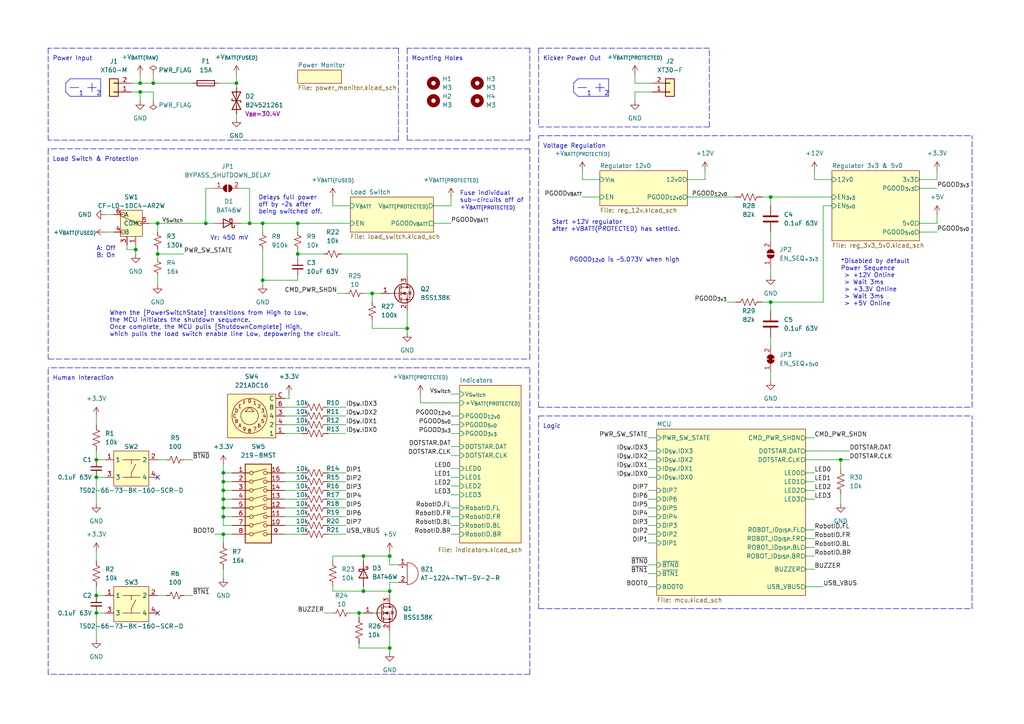
<source format=kicad_sch>
(kicad_sch (version 20230121) (generator eeschema)
  (paper "A4")
  (title_block (title "Control") (date "2023-02-21") (rev "1.0.0") (company "The A-Team (RC SSL)") (comment 1 "W. Stuckey & R. Osawa"))
  (junction (at 64.77 147.32))
  (junction (at 113.03 171.45))
  (junction (at 40.64 24.13))
  (junction (at 105.41 161.29))
  (junction (at 45.72 73.66))
  (junction (at 72.39 64.77))
  (junction (at 68.58 24.13))
  (junction (at 39.37 72.39))
  (junction (at 113.03 161.29))
  (junction (at 64.77 149.86))
  (junction (at 76.2 64.77))
  (junction (at 40.64 26.67))
  (junction (at 104.14 177.8))
  (junction (at 243.84 133.35))
  (junction (at 76.2 81.28))
  (junction (at 113.03 187.96))
  (junction (at 44.45 24.13))
  (junction (at 64.77 139.7))
  (junction (at 118.11 95.25))
  (junction (at 59.69 64.77))
  (junction (at 27.94 177.8))
  (junction (at 107.95 85.09))
  (junction (at 223.52 87.63))
  (junction (at 27.94 172.72))
  (junction (at 27.94 138.43))
  (junction (at 27.94 133.35))
  (junction (at 86.36 73.66))
  (junction (at 105.41 171.45))
  (junction (at 45.72 64.77))
  (junction (at 223.52 57.15))
  (junction (at 64.77 144.78))
  (junction (at 64.77 137.16))
  (junction (at 86.36 64.77))
  (junction (at 64.77 142.24))
  (junction (at 64.77 154.94))
  (no_connect (at 45.72 138.43))
  (no_connect (at 45.72 177.8))
  (wire (pts (xy 133.35 152.4) (xy 130.81 152.4)))
  (wire (pts (xy 243.84 133.35) (xy 246.38 133.35)))
  (wire (pts (xy 55.88 24.13) (xy 44.45 24.13)))
  (wire (pts (xy 236.22 52.07) (xy 241.3 52.07)))
  (wire (pts (xy 113.03 171.45) (xy 113.03 172.72)))
  (wire (pts (xy 125.73 59.69) (xy 130.81 59.69)))
  (wire (pts (xy 199.39 57.15) (xy 213.36 57.15)))
  (wire (pts (xy 45.72 172.72) (xy 48.26 172.72)))
  (wire (pts (xy 27.94 138.43) (xy 30.48 138.43)))
  (polyline (pts (xy 281.94 176.53) (xy 281.94 120.65)) (stroke (width 0) (type dash)))
  (wire (pts (xy 233.68 153.67) (xy 236.22 153.67)))
  (polyline (pts (xy 115.57 13.97) (xy 115.57 40.64)) (stroke (width 0) (type dash)))
  (wire (pts (xy 233.68 144.78) (xy 236.22 144.78)))
  (wire (pts (xy 83.82 114.3) (xy 83.82 115.57)))
  (wire (pts (xy 220.98 87.63) (xy 223.52 87.63)))
  (wire (pts (xy 118.11 95.25) (xy 118.11 96.52)))
  (wire (pts (xy 223.52 57.15) (xy 223.52 59.69)))
  (wire (pts (xy 187.96 154.94) (xy 190.5 154.94)))
  (polyline (pts (xy 29.21 22.86) (xy 20.32 22.86)) (stroke (width 0) (type solid)))
  (wire (pts (xy 45.72 73.66) (xy 45.72 74.93)))
  (polyline (pts (xy 153.67 43.18) (xy 13.97 43.18)) (stroke (width 0) (type dash)))
  (wire (pts (xy 266.7 54.61) (xy 271.78 54.61)))
  (wire (pts (xy 133.35 135.89) (xy 130.81 135.89)))
  (wire (pts (xy 99.06 73.66) (xy 118.11 73.66)))
  (wire (pts (xy 82.55 120.65) (xy 87.63 120.65)))
  (wire (pts (xy 133.35 132.08) (xy 130.81 132.08)))
  (wire (pts (xy 43.18 64.77) (xy 45.72 64.77)))
  (polyline (pts (xy 19.05 26.67) (xy 20.32 27.94)) (stroke (width 0) (type solid)))
  (wire (pts (xy 40.64 21.59) (xy 40.64 24.13)))
  (wire (pts (xy 95.25 152.4) (xy 100.33 152.4)))
  (polyline (pts (xy 156.21 118.11) (xy 156.21 39.37)) (stroke (width 0) (type dash)))
  (wire (pts (xy 223.52 57.15) (xy 241.3 57.15)))
  (polyline (pts (xy 176.53 22.86) (xy 167.64 22.86)) (stroke (width 0) (type solid)))
  (wire (pts (xy 199.39 52.07) (xy 204.47 52.07)))
  (wire (pts (xy 27.94 172.72) (xy 30.48 172.72)))
  (wire (pts (xy 86.36 73.66) (xy 86.36 74.93)))
  (polyline (pts (xy 115.57 13.97) (xy 13.97 13.97)) (stroke (width 0) (type dash)))
  (wire (pts (xy 115.57 168.91) (xy 113.03 168.91)))
  (wire (pts (xy 64.77 154.94) (xy 64.77 157.48)))
  (wire (pts (xy 130.81 120.65) (xy 133.35 120.65)))
  (wire (pts (xy 210.82 87.63) (xy 213.36 87.63)))
  (wire (pts (xy 82.55 139.7) (xy 87.63 139.7)))
  (wire (pts (xy 187.96 138.43) (xy 190.5 138.43)))
  (wire (pts (xy 187.96 157.48) (xy 190.5 157.48)))
  (wire (pts (xy 233.68 161.29) (xy 236.22 161.29)))
  (wire (pts (xy 27.94 177.8) (xy 27.94 185.42)))
  (wire (pts (xy 68.58 21.59) (xy 68.58 24.13)))
  (wire (pts (xy 64.77 137.16) (xy 67.31 137.16)))
  (wire (pts (xy 30.48 67.31) (xy 33.02 67.31)))
  (polyline (pts (xy 156.21 39.37) (xy 281.94 39.37)) (stroke (width 0) (type dash)))
  (wire (pts (xy 96.52 171.45) (xy 105.41 171.45)))
  (wire (pts (xy 266.7 67.31) (xy 271.78 67.31)))
  (wire (pts (xy 62.23 154.94) (xy 64.77 154.94)))
  (wire (pts (xy 95.25 154.94) (xy 100.33 154.94)))
  (polyline (pts (xy 13.97 13.97) (xy 13.97 40.64)) (stroke (width 0) (type dash)))
  (polyline (pts (xy 153.67 13.97) (xy 118.11 13.97)) (stroke (width 0) (type dash)))
  (wire (pts (xy 82.55 144.78) (xy 87.63 144.78)))
  (polyline (pts (xy 156.21 118.11) (xy 281.94 118.11)) (stroke (width 0) (type dash)))
  (wire (pts (xy 38.1 24.13) (xy 40.64 24.13)))
  (wire (pts (xy 86.36 72.39) (xy 86.36 73.66)))
  (wire (pts (xy 184.15 21.59) (xy 184.15 24.13)))
  (wire (pts (xy 118.11 90.17) (xy 118.11 95.25)))
  (wire (pts (xy 133.35 147.32) (xy 130.81 147.32)))
  (polyline (pts (xy 205.74 36.83) (xy 156.21 36.83)) (stroke (width 0) (type dash)))
  (wire (pts (xy 266.7 52.07) (xy 271.78 52.07)))
  (wire (pts (xy 64.77 142.24) (xy 67.31 142.24)))
  (wire (pts (xy 107.95 92.71) (xy 107.95 95.25)))
  (wire (pts (xy 86.36 73.66) (xy 93.98 73.66)))
  (wire (pts (xy 130.81 125.73) (xy 133.35 125.73)))
  (wire (pts (xy 187.96 130.81) (xy 190.5 130.81)))
  (wire (pts (xy 101.6 177.8) (xy 104.14 177.8)))
  (wire (pts (xy 204.47 49.53) (xy 204.47 52.07)))
  (wire (pts (xy 44.45 29.21) (xy 44.45 26.67)))
  (wire (pts (xy 69.85 64.77) (xy 72.39 64.77)))
  (wire (pts (xy 45.72 80.01) (xy 45.72 82.55)))
  (wire (pts (xy 44.45 21.59) (xy 44.45 24.13)))
  (wire (pts (xy 82.55 137.16) (xy 87.63 137.16)))
  (wire (pts (xy 95.25 139.7) (xy 100.33 139.7)))
  (wire (pts (xy 133.35 149.86) (xy 130.81 149.86)))
  (wire (pts (xy 30.48 62.23) (xy 33.02 62.23)))
  (polyline (pts (xy 115.57 40.64) (xy 13.97 40.64)) (stroke (width 0) (type dash)))
  (wire (pts (xy 104.14 177.8) (xy 105.41 177.8)))
  (wire (pts (xy 64.77 142.24) (xy 64.77 144.78)))
  (wire (pts (xy 38.1 26.67) (xy 40.64 26.67)))
  (wire (pts (xy 76.2 81.28) (xy 86.36 81.28)))
  (polyline (pts (xy 13.97 195.58) (xy 13.97 106.68)) (stroke (width 0) (type dash)))
  (wire (pts (xy 27.94 130.81) (xy 27.94 133.35)))
  (polyline (pts (xy 205.74 13.97) (xy 156.21 13.97)) (stroke (width 0) (type dash)))
  (polyline (pts (xy 153.67 40.64) (xy 153.67 13.97)) (stroke (width 0) (type dash)))
  (wire (pts (xy 118.11 73.66) (xy 118.11 80.01)))
  (polyline (pts (xy 176.53 22.86) (xy 176.53 27.94)) (stroke (width 0) (type solid)))
  (wire (pts (xy 187.96 147.32) (xy 190.5 147.32)))
  (wire (pts (xy 40.64 26.67) (xy 40.64 29.21)))
  (polyline (pts (xy 156.21 13.97) (xy 156.21 36.83)) (stroke (width 0) (type dash)))
  (wire (pts (xy 62.23 54.61) (xy 59.69 54.61)))
  (wire (pts (xy 95.25 120.65) (xy 100.33 120.65)))
  (wire (pts (xy 168.91 57.15) (xy 173.99 57.15)))
  (wire (pts (xy 27.94 170.18) (xy 27.94 172.72)))
  (wire (pts (xy 187.96 144.78) (xy 190.5 144.78)))
  (wire (pts (xy 113.03 187.96) (xy 113.03 189.23)))
  (wire (pts (xy 69.85 54.61) (xy 72.39 54.61)))
  (wire (pts (xy 133.35 116.84) (xy 121.92 116.84)))
  (wire (pts (xy 223.52 67.31) (xy 223.52 69.85)))
  (wire (pts (xy 95.25 149.86) (xy 100.33 149.86)))
  (polyline (pts (xy 175.26 25.4) (xy 172.72 25.4)) (stroke (width 0) (type solid)))
  (wire (pts (xy 96.52 170.18) (xy 96.52 171.45)))
  (wire (pts (xy 223.52 77.47) (xy 223.52 80.01)))
  (wire (pts (xy 233.68 170.18) (xy 238.76 170.18)))
  (polyline (pts (xy 13.97 104.14) (xy 153.67 104.14)) (stroke (width 0) (type dash)))
  (wire (pts (xy 63.5 24.13) (xy 68.58 24.13)))
  (wire (pts (xy 190.5 163.83) (xy 187.96 163.83)))
  (wire (pts (xy 113.03 168.91) (xy 113.03 171.45)))
  (polyline (pts (xy 156.21 176.53) (xy 156.21 120.65)) (stroke (width 0) (type dash)))
  (wire (pts (xy 233.68 137.16) (xy 236.22 137.16)))
  (wire (pts (xy 39.37 71.12) (xy 39.37 72.39)))
  (wire (pts (xy 45.72 133.35) (xy 48.26 133.35)))
  (wire (pts (xy 82.55 152.4) (xy 87.63 152.4)))
  (polyline (pts (xy 22.86 25.4) (xy 20.32 25.4)) (stroke (width 0) (type solid)))
  (wire (pts (xy 27.94 138.43) (xy 27.94 146.05)))
  (wire (pts (xy 93.98 177.8) (xy 96.52 177.8)))
  (wire (pts (xy 223.52 87.63) (xy 223.52 90.17)))
  (wire (pts (xy 27.94 160.02) (xy 27.94 162.56)))
  (wire (pts (xy 130.81 57.15) (xy 130.81 59.69)))
  (wire (pts (xy 40.64 24.13) (xy 44.45 24.13)))
  (wire (pts (xy 96.52 57.15) (xy 96.52 59.69)))
  (wire (pts (xy 95.25 137.16) (xy 100.33 137.16)))
  (wire (pts (xy 238.76 59.69) (xy 238.76 87.63)))
  (wire (pts (xy 27.94 120.65) (xy 27.94 123.19)))
  (wire (pts (xy 82.55 118.11) (xy 87.63 118.11)))
  (wire (pts (xy 271.78 64.77) (xy 271.78 62.23)))
  (wire (pts (xy 107.95 85.09) (xy 110.49 85.09)))
  (wire (pts (xy 233.68 142.24) (xy 236.22 142.24)))
  (polyline (pts (xy 26.67 24.13) (xy 26.67 26.67)) (stroke (width 0) (type solid)))
  (wire (pts (xy 236.22 165.1) (xy 233.68 165.1)))
  (wire (pts (xy 187.96 149.86) (xy 190.5 149.86)))
  (wire (pts (xy 59.69 64.77) (xy 62.23 64.77)))
  (wire (pts (xy 168.91 52.07) (xy 173.99 52.07)))
  (polyline (pts (xy 153.67 195.58) (xy 13.97 195.58)) (stroke (width 0) (type dash)))
  (wire (pts (xy 189.23 24.13) (xy 184.15 24.13)))
  (wire (pts (xy 187.96 152.4) (xy 190.5 152.4)))
  (wire (pts (xy 96.52 161.29) (xy 105.41 161.29)))
  (wire (pts (xy 113.03 182.88) (xy 113.03 187.96)))
  (wire (pts (xy 190.5 166.37) (xy 187.96 166.37)))
  (wire (pts (xy 105.41 171.45) (xy 113.03 171.45)))
  (polyline (pts (xy 153.67 195.58) (xy 153.67 106.68)) (stroke (width 0) (type dash)))
  (wire (pts (xy 27.94 133.35) (xy 30.48 133.35)))
  (wire (pts (xy 187.96 127) (xy 190.5 127)))
  (wire (pts (xy 189.23 26.67) (xy 184.15 26.67)))
  (polyline (pts (xy 29.21 27.94) (xy 20.32 27.94)) (stroke (width 0) (type solid)))
  (polyline (pts (xy 20.32 22.86) (xy 19.05 24.13)) (stroke (width 0) (type solid)))
  (wire (pts (xy 64.77 144.78) (xy 67.31 144.78)))
  (wire (pts (xy 95.25 144.78) (xy 100.33 144.78)))
  (wire (pts (xy 233.68 127) (xy 236.22 127)))
  (wire (pts (xy 36.83 72.39) (xy 39.37 72.39)))
  (wire (pts (xy 113.03 160.02) (xy 113.03 161.29)))
  (polyline (pts (xy 281.94 118.11) (xy 281.94 39.37)) (stroke (width 0) (type dash)))
  (wire (pts (xy 187.96 170.18) (xy 190.5 170.18)))
  (wire (pts (xy 64.77 152.4) (xy 67.31 152.4)))
  (wire (pts (xy 105.41 161.29) (xy 113.03 161.29)))
  (wire (pts (xy 40.64 26.67) (xy 44.45 26.67)))
  (wire (pts (xy 82.55 147.32) (xy 87.63 147.32)))
  (wire (pts (xy 45.72 73.66) (xy 53.34 73.66)))
  (wire (pts (xy 64.77 149.86) (xy 64.77 152.4)))
  (wire (pts (xy 39.37 72.39) (xy 39.37 73.66)))
  (wire (pts (xy 104.14 179.07) (xy 104.14 177.8)))
  (wire (pts (xy 64.77 139.7) (xy 64.77 142.24)))
  (wire (pts (xy 95.25 118.11) (xy 100.33 118.11)))
  (polyline (pts (xy 13.97 43.18) (xy 13.97 104.14)) (stroke (width 0) (type dash)))
  (wire (pts (xy 68.58 33.02) (xy 68.58 34.29)))
  (wire (pts (xy 133.35 140.97) (xy 130.81 140.97)))
  (wire (pts (xy 64.77 134.62) (xy 64.77 137.16)))
  (wire (pts (xy 64.77 137.16) (xy 64.77 139.7)))
  (wire (pts (xy 233.68 156.21) (xy 236.22 156.21)))
  (wire (pts (xy 53.34 133.35) (xy 55.88 133.35)))
  (wire (pts (xy 223.52 107.95) (xy 223.52 110.49)))
  (polyline (pts (xy 118.11 13.97) (xy 118.11 40.64)) (stroke (width 0) (type dash)))
  (wire (pts (xy 59.69 54.61) (xy 59.69 64.77)))
  (wire (pts (xy 130.81 114.3) (xy 133.35 114.3)))
  (wire (pts (xy 76.2 64.77) (xy 86.36 64.77)))
  (wire (pts (xy 133.35 138.43) (xy 130.81 138.43)))
  (wire (pts (xy 236.22 49.53) (xy 236.22 52.07)))
  (wire (pts (xy 113.03 161.29) (xy 113.03 163.83)))
  (wire (pts (xy 64.77 154.94) (xy 67.31 154.94)))
  (wire (pts (xy 64.77 144.78) (xy 64.77 147.32)))
  (wire (pts (xy 220.98 57.15) (xy 223.52 57.15)))
  (wire (pts (xy 271.78 52.07) (xy 271.78 49.53)))
  (wire (pts (xy 64.77 165.1) (xy 64.77 167.64)))
  (polyline (pts (xy 29.21 22.86) (xy 29.21 27.94)) (stroke (width 0) (type solid)))
  (wire (pts (xy 86.36 64.77) (xy 86.36 67.31)))
  (wire (pts (xy 168.91 49.53) (xy 168.91 52.07)))
  (wire (pts (xy 243.84 143.51) (xy 243.84 146.05)))
  (wire (pts (xy 233.68 133.35) (xy 243.84 133.35)))
  (wire (pts (xy 96.52 162.56) (xy 96.52 161.29)))
  (wire (pts (xy 233.68 139.7) (xy 236.22 139.7)))
  (polyline (pts (xy 153.67 106.68) (xy 13.97 106.68)) (stroke (width 0) (type dash)))
  (wire (pts (xy 76.2 81.28) (xy 76.2 82.55)))
  (polyline (pts (xy 170.18 25.4) (xy 167.64 25.4)) (stroke (width 0) (type solid)))
  (wire (pts (xy 113.03 163.83) (xy 115.57 163.83)))
  (wire (pts (xy 133.35 154.94) (xy 130.81 154.94)))
  (wire (pts (xy 96.52 59.69) (xy 101.6 59.69)))
  (wire (pts (xy 121.92 116.84) (xy 121.92 114.3)))
  (wire (pts (xy 86.36 80.01) (xy 86.36 81.28)))
  (wire (pts (xy 82.55 125.73) (xy 87.63 125.73)))
  (wire (pts (xy 104.14 186.69) (xy 104.14 187.96)))
  (polyline (pts (xy 156.21 176.53) (xy 281.94 176.53)) (stroke (width 0) (type dash)))
  (wire (pts (xy 27.94 177.8) (xy 30.48 177.8)))
  (wire (pts (xy 105.41 170.18) (xy 105.41 171.45)))
  (wire (pts (xy 76.2 72.39) (xy 76.2 81.28)))
  (polyline (pts (xy 205.74 36.83) (xy 205.74 13.97)) (stroke (width 0) (type dash)))
  (wire (pts (xy 97.79 85.09) (xy 100.33 85.09)))
  (wire (pts (xy 95.25 123.19) (xy 100.33 123.19)))
  (polyline (pts (xy 173.99 24.13) (xy 173.99 26.67)) (stroke (width 0) (type solid)))
  (wire (pts (xy 95.25 142.24) (xy 100.33 142.24)))
  (wire (pts (xy 233.68 130.81) (xy 246.38 130.81)))
  (polyline (pts (xy 166.37 26.67) (xy 167.64 27.94)) (stroke (width 0) (type solid)))
  (wire (pts (xy 184.15 26.67) (xy 184.15 29.21)))
  (wire (pts (xy 72.39 64.77) (xy 76.2 64.77)))
  (polyline (pts (xy 118.11 40.64) (xy 153.67 40.64)) (stroke (width 0) (type dash)))
  (wire (pts (xy 130.81 123.19) (xy 133.35 123.19)))
  (wire (pts (xy 187.96 133.35) (xy 190.5 133.35)))
  (wire (pts (xy 82.55 123.19) (xy 87.63 123.19)))
  (polyline (pts (xy 176.53 27.94) (xy 167.64 27.94)) (stroke (width 0) (type solid)))
  (wire (pts (xy 72.39 54.61) (xy 72.39 64.77)))
  (polyline (pts (xy 27.94 25.4) (xy 25.4 25.4)) (stroke (width 0) (type solid)))
  (polyline (pts (xy 166.37 24.13) (xy 166.37 26.67)) (stroke (width 0) (type solid)))
  (wire (pts (xy 187.96 135.89) (xy 190.5 135.89)))
  (wire (pts (xy 107.95 85.09) (xy 107.95 87.63)))
  (wire (pts (xy 86.36 64.77) (xy 101.6 64.77)))
  (wire (pts (xy 45.72 72.39) (xy 45.72 73.66)))
  (wire (pts (xy 105.41 162.56) (xy 105.41 161.29)))
  (wire (pts (xy 223.52 87.63) (xy 238.76 87.63)))
  (wire (pts (xy 104.14 187.96) (xy 113.03 187.96)))
  (wire (pts (xy 64.77 147.32) (xy 67.31 147.32)))
  (wire (pts (xy 95.25 125.73) (xy 100.33 125.73)))
  (wire (pts (xy 125.73 64.77) (xy 130.81 64.77)))
  (wire (pts (xy 243.84 133.35) (xy 243.84 135.89)))
  (wire (pts (xy 133.35 129.54) (xy 130.81 129.54)))
  (wire (pts (xy 82.55 115.57) (xy 83.82 115.57)))
  (polyline (pts (xy 153.67 104.14) (xy 153.67 43.18)) (stroke (width 0) (type dash)))
  (wire (pts (xy 45.72 64.77) (xy 59.69 64.77)))
  (wire (pts (xy 64.77 149.86) (xy 67.31 149.86)))
  (wire (pts (xy 233.68 158.75) (xy 236.22 158.75)))
  (wire (pts (xy 76.2 64.77) (xy 76.2 67.31)))
  (wire (pts (xy 223.52 97.79) (xy 223.52 100.33)))
  (polyline (pts (xy 19.05 24.13) (xy 19.05 26.67)) (stroke (width 0) (type solid)))
  (wire (pts (xy 95.25 147.32) (xy 100.33 147.32)))
  (wire (pts (xy 187.96 142.24) (xy 190.5 142.24)))
  (wire (pts (xy 64.77 147.32) (xy 64.77 149.86)))
  (wire (pts (xy 82.55 149.86) (xy 87.63 149.86)))
  (wire (pts (xy 133.35 143.51) (xy 130.81 143.51)))
  (wire (pts (xy 82.55 154.94) (xy 87.63 154.94)))
  (wire (pts (xy 105.41 85.09) (xy 107.95 85.09)))
  (wire (pts (xy 53.34 172.72) (xy 55.88 172.72)))
  (wire (pts (xy 266.7 64.77) (xy 271.78 64.77)))
  (polyline (pts (xy 167.64 22.86) (xy 166.37 24.13)) (stroke (width 0) (type solid)))
  (wire (pts (xy 64.77 139.7) (xy 67.31 139.7)))
  (polyline (pts (xy 156.21 120.65) (xy 281.94 120.65)) (stroke (width 0) (type dash)))
  (wire (pts (xy 36.83 71.12) (xy 36.83 72.39)))
  (wire (pts (xy 45.72 64.77) (xy 45.72 67.31)))
  (wire (pts (xy 107.95 95.25) (xy 118.11 95.25)))
  (wire (pts (xy 82.55 142.24) (xy 87.63 142.24)))
  (wire (pts (xy 238.76 59.69) (xy 241.3 59.69)))
  (wire (pts (xy 68.58 25.4) (xy 68.58 24.13)))
  (text "Kicker Power Out" (at 157.48 17.78 0) (effects (font (size 1.27 1.27)) (justify left bottom)))
  (text "V_{F}: 450 mV" (at 60.96 69.85 0) (effects (font (size 1.27 1.27)) (justify left bottom)))
  (text "Fuse individual\nsub-circuits off of\n+V_{BATT(PROTECTED)}" (at 133.35 60.96 0) (effects (font (size 1.27 1.27)) (justify left bottom)))
  (text "Voltage Regulation" (at 157.48 43.18 0) (effects (font (size 1.27 1.27)) (justify left bottom)))
  (text "When the [PowerSwitchState] transitions from High to Low,\nthe MCU initiates the shutdown sequence.\nOnce complete, the MCU pulls [ShutdownComplete] High,\nwhich pulls the load switch enable line Low, depowering the circuit." (at 31.75 97.79 0) (effects (font (size 1.27 1.27)) (justify left bottom)))
  (text "A: Off\nB: On" (at 27.94 74.93 0) (effects (font (size 1.27 1.27)) (justify left bottom)))
  (text "Load Switch & Protection" (at 15.24 46.99 0) (effects (font (size 1.27 1.27)) (justify left bottom)))
  (text "2" (at 175.26 27.94 0) (effects (font (size 1.27 1.27)) (justify left bottom)))
  (text "Logic" (at 157.48 124.46 0) (effects (font (size 1.27 1.27)) (justify left bottom)))
  (text "PGOOD_{12v0} is ~5.073V when high" (at 165.1 76.2 0) (effects (font (size 1.27 1.27)) (justify left bottom)))
  (text "2" (at 27.94 27.94 0) (effects (font (size 1.27 1.27)) (justify left bottom)))
  (text "Start +12V regulator\nafter +VBATT(PROTECTED) has settled." (at 160.02 67.31 0) (effects (font (size 1.27 1.27)) (justify left bottom)))
  (text "1" (at 22.86 27.94 0) (effects (font (size 1.27 1.27)) (justify left bottom)))
  (text "Human Interaction" (at 15.24 110.49 0) (effects (font (size 1.27 1.27)) (justify left bottom)))
  (text "Mounting Holes" (at 119.38 17.78 0) (effects (font (size 1.27 1.27)) (justify left bottom)))
  (text "*Disabled by default\nPower Sequence\n > +12V Online\n > Wait 3ms\n > +3.3V Online\n > Wait 3ms\n > +5V Online" (at 243.84 88.9 0) (effects (font (size 1.27 1.27)) (justify left bottom)))
  (text "1" (at 170.18 27.94 0) (effects (font (size 1.27 1.27)) (justify left bottom)))
  (text "Power Input" (at 15.24 17.78 0) (effects (font (size 1.27 1.27)) (justify left bottom)))
  (text "Delays full power\noff by ~2s after\nbeing switched off." (at 74.93 62.23 0) (effects (font (size 1.27 1.27)) (justify left bottom)))
  (label "RobotID.FL" (at 130.81 147.32 180))
  (label "CMD_PWR_SHDN" (at 236.22 127 0))
  (label "DIP2" (at 187.96 154.94 180))
  (label "LED1" (at 130.81 138.43 180))
  (label "RobotID.FR" (at 130.81 149.86 180))
  (label "BOOT0" (at 187.96 170.18 180))
  (label "ID_{SW}.IDX3" (at 100.33 118.11 0))
  (label "PWR_SW_STATE" (at 53.34 73.66 0))
  (label "PGOOD_{VBATT}" (at 130.81 64.77 0))
  (label "RobotID.BL" (at 130.81 152.4 180))
  (label "~{BTN1}" (at 187.96 166.37 180))
  (label "BUZZER" (at 93.98 177.8 180))
  (label "DIP5" (at 187.96 147.32 180))
  (label "DIP3" (at 187.96 152.4 180))
  (label "DIP4" (at 187.96 149.86 180))
  (label "PGOOD_{3v3}" (at 130.81 125.73 180))
  (label "PGOOD_{12v0}" (at 130.81 120.65 180))
  (label "DIP5" (at 100.33 147.32 0))
  (label "V_{Switch}" (at 46.99 64.77 0))
  (label "DOTSTAR.CLK" (at 246.38 133.35 0))
  (label "DIP3" (at 100.33 142.24 0))
  (label "DIP6" (at 100.33 149.86 0))
  (label "RobotID.BR" (at 236.22 161.29 0))
  (label "DIP1" (at 100.33 137.16 0))
  (label "PGOOD_{5v0}" (at 130.81 123.19 180))
  (label "DIP7" (at 100.33 152.4 0))
  (label "LED2" (at 130.81 140.97 180))
  (label "LED3" (at 236.22 144.78 0))
  (label "~{BTN0}" (at 187.96 163.83 180))
  (label "ID_{SW}.IDX2" (at 187.96 133.35 180))
  (label "LED2" (at 236.22 142.24 0))
  (label "ID_{SW}.IDX1" (at 187.96 135.89 180))
  (label "~{BTN1}" (at 55.88 172.72 0))
  (label "DIP1" (at 187.96 157.48 180))
  (label "LED0" (at 130.81 135.89 180))
  (label "ID_{SW}.IDX2" (at 100.33 120.65 0))
  (label "BOOT0" (at 62.23 154.94 180))
  (label "USB_VBUS" (at 238.76 170.18 0))
  (label "RobotID.FR" (at 236.22 156.21 0))
  (label "DOTSTAR.CLK" (at 130.81 132.08 180))
  (label "PWR_SW_STATE" (at 187.96 127 180))
  (label "RobotID.BL" (at 236.22 158.75 0))
  (label "CMD_PWR_SHDN" (at 97.79 85.09 180))
  (label "V_{Switch}" (at 130.81 114.3 180))
  (label "DIP7" (at 187.96 142.24 180))
  (label "ID_{SW}.IDX3" (at 187.96 130.81 180))
  (label "BUZZER" (at 236.22 165.1 0))
  (label "USB_VBUS" (at 100.33 154.94 0))
  (label "ID_{SW}.IDX0" (at 187.96 138.43 180))
  (label "PGOOD_{5v0}" (at 271.78 67.31 0))
  (label "ID_{SW}.IDX0" (at 100.33 125.73 0))
  (label "DOTSTAR.DAT" (at 130.81 129.54 180))
  (label "RobotID.FL" (at 236.22 153.67 0))
  (label "PGOOD_{3v3}" (at 271.78 54.61 0))
  (label "PGOOD_{3v3}" (at 210.82 87.63 180))
  (label "~{BTN0}" (at 55.88 133.35 0))
  (label "DIP2" (at 100.33 139.7 0))
  (label "LED0" (at 236.22 137.16 0))
  (label "DIP6" (at 187.96 144.78 180))
  (label "DOTSTAR.DAT" (at 246.38 130.81 0))
  (label "PGOOD_{12v0}" (at 200.66 57.15 0))
  (label "RobotID.BR" (at 130.81 154.94 180))
  (label "PGOOD_{VBATT}" (at 168.91 57.15 180))
  (label "LED1" (at 236.22 139.7 0))
  (label "DIP4" (at 100.33 144.78 0))
  (label "ID_{SW}.IDX1" (at 100.33 123.19 0))
  (label "LED3" (at 130.81 143.51 180))
  (symbol (lib_id "AT-Supplies:+V_{BATT(FUSED)}") (at 30.48 67.31 90) (unit 1) (in_bom no) (on_board no)
    (property "Reference" "#PWR06" (effects hide))
    (property "Value" "+V_{BATT(FUSED)}" (at 27.94 67.3079 90) (effects (justify left)))
  )
  (symbol (lib_id "power:+12V") (at 204.47 49.53 0) (unit 1)
    (property "Reference" "#PWR026" (effects hide))
    (property "Value" "+12V" (at 204.47 44.45 0))
  )
  (symbol (lib_id "Device:R_US") (at 91.44 123.19 270) (unit 1)
    (property "Reference" "R12" (at 96.52 121.92 90))
    (property "Value" "10k" (at 87.63 121.92 90))
    (property "Footprint" "Resistor_SMD:R_0402_1005Metric" (effects hide))
  )
  (symbol (lib_id "Device:R_Small_US") (at 45.72 69.85 180) (unit 1)
    (property "Reference" "R3" (at 48.26 68.5799 0) (effects (justify right)))
    (property "Value" "130k" (at 48.26 71.1199 0) (effects (justify right)))
    (property "Footprint" "Resistor_SMD:R_0402_1005Metric" (effects hide))
  )
  (symbol (lib_id "power:GND") (at 27.94 146.05 0) (unit 1)
    (property "Reference" "#PWR02" (effects hide))
    (property "Value" "GND" (at 27.94 151.13 0))
  )
  (symbol (lib_id "Mechanical:MountingHole") (at 125.73 24.13 0) (unit 1) (in_bom no)
    (property "Reference" "H1" (at 128.27 22.8599 0) (effects (justify left)))
    (property "Value" "M3" (at 128.27 25.3999 0) (effects (justify left)))
    (property "Footprint" "MountingHole:MountingHole_3.2mm_M3" (effects hide))
  )
  (symbol (lib_id "Connector_Generic:Conn_01x02") (at 33.02 26.67 180) (unit 1) (in_bom no)
    (property "Reference" "J1" (at 33.02 17.78 0))
    (property "Value" "XT60-M" (at 33.02 20.32 0))
    (property "Footprint" "AT-Connectors:XT60-M_TH_WireMount" (effects hide))
  )
  (symbol (lib_id "power:+5V") (at 271.78 62.23 0) (unit 1)
    (property "Reference" "#PWR032" (effects hide))
    (property "Value" "+5V" (at 271.78 57.15 0))
  )
  (symbol (lib_id "Device:R_US") (at 91.44 137.16 270) (unit 1)
    (property "Reference" "R14" (at 96.52 135.89 90))
    (property "Value" "10k" (at 87.63 135.89 90))
    (property "Footprint" "Resistor_SMD:R_0402_1005Metric" (effects hide))
  )
  (symbol (lib_id "Jumper:SolderJumper_2_Bridged") (at 223.52 104.14 90) (unit 1) (in_bom no)
    (property "Reference" "JP3" (at 226.06 102.8699 90) (effects (justify right)))
    (property "Value" "EN_SEQ_{+5v0}" (at 226.06 105.4099 90) (effects (justify right)))
    (property "Footprint" "AT-BoardFeatures:SolderJumper-2_2.0x1.2mm_Closed" (effects hide))
  )
  (symbol (lib_id "power:+3.3V") (at 271.78 49.53 0) (unit 1)
    (property "Reference" "#PWR031" (effects hide))
    (property "Value" "+3.3V" (at 271.78 44.45 0))
  )
  (symbol (lib_id "Device:R_Small_US") (at 86.36 69.85 180) (unit 1)
    (property "Reference" "R9" (at 88.9 68.5799 0) (effects (justify right)))
    (property "Value" "10k" (at 88.9 71.1199 0) (effects (justify right)))
    (property "Footprint" "Resistor_SMD:R_0402_1005Metric" (effects hide))
  )
  (symbol (lib_id "power:GND") (at 39.37 73.66 0) (unit 1)
    (property "Reference" "#PWR07" (effects hide))
    (property "Value" "GND" (at 39.37 78.74 0))
  )
  (symbol (lib_id "Mechanical:MountingHole") (at 125.73 29.21 0) (unit 1) (in_bom no)
    (property "Reference" "H2" (at 128.27 27.9399 0) (effects (justify left)))
    (property "Value" "M3" (at 128.27 30.4799 0) (effects (justify left)))
    (property "Footprint" "MountingHole:MountingHole_3.2mm_M3" (effects hide))
  )
  (symbol (lib_id "power:GND") (at 184.15 29.21 0) (unit 1)
    (property "Reference" "#PWR025" (effects hide))
    (property "Value" "GND" (at 184.15 34.29 0))
  )
  (symbol (lib_id "Device:R_Small_US") (at 76.2 69.85 0) (unit 1)
    (property "Reference" "R8" (at 78.74 68.5799 0) (effects (justify left)))
    (property "Value" "910k" (at 78.74 71.1199 0) (effects (justify left)))
    (property "Footprint" "Resistor_SMD:R_0402_1005Metric" (effects hide))
  )
  (symbol (lib_id "Device:R_US") (at 243.84 139.7 180) (unit 1)
    (property "Reference" "R30" (at 246.38 138.4299 0) (effects (justify right)))
    (property "Value" "10k" (at 246.38 140.9699 0) (effects (justify right)))
    (property "Footprint" "Resistor_SMD:R_0402_1005Metric" (effects hide))
  )
  (symbol (lib_id "power:GND") (at 223.52 80.01 0) (unit 1)
    (property "Reference" "#PWR027" (effects hide))
    (property "Value" "GND" (at 223.52 85.09 0))
  )
  (symbol (lib_id "Device:R_US") (at 217.17 87.63 270) (unit 1)
    (property "Reference" "R29" (at 217.17 90.17 90))
    (property "Value" "82k" (at 217.17 92.71 90))
    (property "Footprint" "Resistor_SMD:R_0402_1005Metric" (effects hide))
  )
  (symbol (lib_id "Device:R_US") (at 91.44 152.4 270) (unit 1)
    (property "Reference" "R20" (at 96.52 151.13 90))
    (property "Value" "10k" (at 87.63 151.13 90))
    (property "Footprint" "Resistor_SMD:R_0402_1005Metric" (effects hide))
  )
  (symbol (lib_id "AT-Switches:SPDT_CF-LD") (at 38.1 64.77 0) (mirror y) (unit 1)
    (property "Reference" "SW1" (at 38.1 57.15 0))
    (property "Value" "CF-LD-1DC4-AR2W" (at 38.1 59.69 0))
    (property "Footprint" "AT-Switches:CF-LD-1DC4-AR2W" (effects hide))
    (property "Datasheet" "https://www.digikey.com/en/products/detail/nidec-copal-electronics/CF-LD-1DC4-AR2W/6008985" (effects hide))
  )
  (symbol (lib_id "power:GND") (at 30.48 62.23 270) (unit 1)
    (property "Reference" "#PWR05" (effects hide))
    (property "Value" "GND" (at 26.67 62.2299 90) (effects (justify right)))
  )
  (symbol (lib_id "AT-Supplies:+V_{BATT(FUSED)}") (at 96.52 57.15 0) (unit 1) (in_bom no) (on_board no)
    (property "Reference" "#PWR017" (effects hide))
    (property "Value" "+V_{BATT(FUSED)}" (at 96.522 52.07 0))
  )
  (symbol (lib_id "Device:R_Small_US") (at 96.52 73.66 90) (unit 1)
    (property "Reference" "R22" (at 96.52 67.31 90))
    (property "Value" "10k" (at 96.52 69.85 90))
    (property "Footprint" "Resistor_SMD:R_0402_1005Metric" (effects hide))
  )
  (symbol (lib_id "power:GND") (at 223.52 110.49 0) (unit 1)
    (property "Reference" "#PWR028" (effects hide))
    (property "Value" "GND" (at 223.52 115.57 0))
  )
  (symbol (lib_id "Device:C") (at 223.52 63.5 0) (unit 1)
    (property "Reference" "C4" (at 227.33 62.2299 0) (effects (justify left)))
    (property "Value" "0.1uF 63V" (at 227.33 64.7699 0) (effects (justify left)))
    (property "Footprint" "Capacitor_SMD:C_0402_1005Metric" (effects hide))
  )
  (symbol (lib_id "Jumper:SolderJumper_2_Open") (at 66.04 54.61 0) (unit 1) (in_bom no)
    (property "Reference" "JP1" (at 66.04 48.26 0))
    (property "Value" "BYPASS_SHUTDOWN_DELAY" (at 66.04 50.8 0))
    (property "Footprint" "AT-BoardFeatures:SolderJumper-2_2.0x1.2mm_Open" (effects hide))
  )
  (symbol (lib_id "Device:R_Small_US") (at 107.95 90.17 0) (unit 1)
    (property "Reference" "R27" (at 110.49 88.8999 0) (effects (justify left)))
    (property "Value" "100k" (at 110.49 91.4399 0) (effects (justify left)))
    (property "Footprint" "Resistor_SMD:R_0402_1005Metric" (effects hide))
  )
  (symbol (lib_id "power:GND") (at 40.64 29.21 0) (unit 1)
    (property "Reference" "#PWR09" (effects hide))
    (property "Value" "GND" (at 40.64 34.29 0))
  )
  (symbol (lib_id "AT-Supplies:+V_{BATT(RAW)}") (at 40.64 21.59 0) (unit 1) (in_bom no) (on_board no)
    (property "Reference" "#PWR08" (effects hide))
    (property "Value" "+V_{BATT(RAW)}" (at 40.642 16.51 0))
  )
  (symbol (lib_id "Device:C_Small") (at 86.36 77.47 0) (unit 1)
    (property "Reference" "C3" (at 88.9 76.2062 0) (effects (justify left)))
    (property "Value" "10uF 63V" (at 88.9 78.7462 0) (effects (justify left)))
    (property "Footprint" "Capacitor_SMD:C_1210_3225Metric" (effects hide))
  )
  (symbol (lib_id "AT-Switches:SPST_12-34") (at 38.1 135.89 0) (unit 1)
    (property "Reference" "SW2" (at 38.1 129.54 0))
    (property "Value" "TS02-66-73-BK-160-SCR-D" (at 38.1 142.24 0))
    (property "Footprint" "AT-Switches:TS02-66-73-BK-160-SCR-D" (effects hide))
  )
  (symbol (lib_id "power:+5V") (at 113.03 160.02 0) (unit 1)
    (property "Reference" "#PWR018" (effects hide))
    (property "Value" "+5V" (at 113.03 154.94 0))
  )
  (symbol (lib_id "Switch:SW_DIP_x08") (at 74.93 147.32 0) (unit 1)
    (property "Reference" "SW5" (at 74.93 129.54 0))
    (property "Value" "219-8MST" (at 74.93 132.08 0))
    (property "Footprint" "AT-Switches:219-8MST" (effects hide))
  )
  (symbol (lib_id "power:GND") (at 243.84 146.05 0) (unit 1)
    (property "Reference" "#PWR030" (effects hide))
    (property "Value" "GND" (at 243.84 151.13 0))
  )
  (symbol (lib_id "Device:R_US") (at 91.44 120.65 270) (unit 1)
    (property "Reference" "R11" (at 96.52 119.38 90))
    (property "Value" "10k" (at 87.63 119.38 90))
    (property "Footprint" "Resistor_SMD:R_0402_1005Metric" (effects hide))
  )
  (symbol (lib_id "Mechanical:MountingHole") (at 138.43 29.21 0) (unit 1) (in_bom no)
    (property "Reference" "H4" (at 140.97 27.9399 0) (effects (justify left)))
    (property "Value" "M3" (at 140.97 30.4799 0) (effects (justify left)))
    (property "Footprint" "MountingHole:MountingHole_3.2mm_M3" (effects hide))
  )
  (symbol (lib_id "Device:Q_NMOS_GSD") (at 115.57 85.09 0) (unit 1)
    (property "Reference" "Q2" (at 121.92 83.8199 0) (effects (justify left)))
    (property "Value" "BSS138K" (at 121.92 86.3599 0) (effects (justify left)))
    (property "Footprint" "Package_TO_SOT_SMD:SOT-23" (effects hide))
  )
  (symbol (lib_id "Device:R_US") (at 104.14 182.88 180) (unit 1)
    (property "Reference" "R26" (at 106.68 181.6099 0) (effects (justify right)))
    (property "Value" "10k" (at 106.68 184.1499 0) (effects (justify right)))
    (property "Footprint" "Resistor_SMD:R_0402_1005Metric" (effects hide))
  )
  (symbol (lib_id "Device:R_US") (at 91.44 142.24 270) (unit 1)
    (property "Reference" "R16" (at 96.52 140.97 90))
    (property "Value" "10k" (at 87.63 140.97 90))
    (property "Footprint" "Resistor_SMD:R_0402_1005Metric" (effects hide))
  )
  (symbol (lib_id "Device:R_US") (at 27.94 166.37 180) (unit 1)
    (property "Reference" "R2" (at 30.48 165.0999 0) (effects (justify right)))
    (property "Value" "10k" (at 30.48 167.6399 0) (effects (justify right)))
    (property "Footprint" "Resistor_SMD:R_0402_1005Metric" (effects hide))
  )
  (symbol (lib_id "power:GND") (at 118.11 96.52 0) (unit 1)
    (property "Reference" "#PWR020" (effects hide))
    (property "Value" "GND" (at 118.11 101.6 0))
  )
  (symbol (lib_id "Device:Q_NMOS_GSD") (at 110.49 177.8 0) (unit 1)
    (property "Reference" "Q1" (at 116.84 176.5299 0) (effects (justify left)))
    (property "Value" "BSS138K" (at 116.84 179.0699 0) (effects (justify left)))
    (property "Footprint" "Package_TO_SOT_SMD:SOT-23" (effects hide))
  )
  (symbol (lib_id "Device:D_Schottky") (at 105.41 166.37 270) (unit 1)
    (property "Reference" "D3" (at 107.95 164.7824 90) (effects (justify left)))
    (property "Value" "BAT46W" (at 107.95 167.3224 90) (effects (justify left)))
    (property "Footprint" "Diode_SMD:D_SOD-123" (effects hide))
  )
  (symbol (lib_id "Device:R_US") (at 91.44 144.78 270) (unit 1)
    (property "Reference" "R17" (at 96.52 143.51 90))
    (property "Value" "10k" (at 87.63 143.51 90))
    (property "Footprint" "Resistor_SMD:R_0402_1005Metric" (effects hide))
  )
  (symbol (lib_id "AT-Supplies:+V_{BATT(PROTECTED)}") (at 168.91 49.53 0) (unit 1) (in_bom no) (on_board no)
    (property "Reference" "#PWR023" (effects hide))
    (property "Value" "+V_{BATT(PROTECTED)}" (at 168.912 44.45 0))
  )
  (symbol (lib_id "AT-Supplies:+V_{BATT(PROTECTED)}") (at 130.81 57.15 0) (unit 1) (in_bom no) (on_board no)
    (property "Reference" "#PWR022" (effects hide))
    (property "Value" "+V_{BATT(PROTECTED)}" (at 130.812 52.07 0))
  )
  (symbol (lib_id "power:GND") (at 45.72 82.55 0) (unit 1)
    (property "Reference" "#PWR010" (effects hide))
    (property "Value" "GND" (at 45.72 87.63 0))
  )
  (symbol (lib_id "Device:R_Small_US") (at 50.8 133.35 90) (unit 1)
    (property "Reference" "R5" (at 50.8 127 90))
    (property "Value" "100" (at 50.8 129.54 90))
    (property "Footprint" "Resistor_SMD:R_0402_1005Metric" (effects hide))
  )
  (symbol (lib_id "power:+3.3V") (at 64.77 134.62 0) (unit 1)
    (property "Reference" "#PWR011" (effects hide))
    (property "Value" "+3.3V" (at 64.77 129.54 0))
  )
  (symbol (lib_id "Device:Fuse") (at 59.69 24.13 90) (unit 1)
    (property "Reference" "F1" (at 59.69 17.78 90))
    (property "Value" "15A" (at 59.69 20.32 90))
    (property "Footprint" "AT-Fuses:3557-2" (effects hide))
  )
  (symbol (lib_id "Device:C_Small") (at 27.94 135.89 0) (mirror y) (unit 1)
    (property "Reference" "C1" (at 26.67 133.35 0) (effects (justify left)))
    (property "Value" "0.1uF 63V" (at 26.67 138.43 0) (effects (justify left)))
    (property "Footprint" "Capacitor_SMD:C_0402_1005Metric" (effects hide))
  )
  (symbol (lib_id "Device:R_US") (at 91.44 125.73 270) (unit 1)
    (property "Reference" "R13" (at 96.52 124.46 90))
    (property "Value" "10k" (at 87.63 124.46 90))
    (property "Footprint" "Resistor_SMD:R_0402_1005Metric" (effects hide))
  )
  (symbol (lib_id "Mechanical:MountingHole") (at 138.43 24.13 0) (unit 1) (in_bom no)
    (property "Reference" "H3" (at 140.97 22.8599 0) (effects (justify left)))
    (property "Value" "M3" (at 140.97 25.3999 0) (effects (justify left)))
    (property "Footprint" "MountingHole:MountingHole_3.2mm_M3" (effects hide))
  )
  (symbol (lib_id "power:GND") (at 64.77 167.64 0) (unit 1)
    (property "Reference" "#PWR012" (effects hide))
    (property "Value" "GND" (at 64.77 172.72 0))
  )
  (symbol (lib_id "Device:C") (at 223.52 93.98 0) (unit 1)
    (property "Reference" "C5" (at 227.33 92.7099 0) (effects (justify left)))
    (property "Value" "0.1uF 63V" (at 227.33 95.2499 0) (effects (justify left)))
    (property "Footprint" "Capacitor_SMD:C_0402_1005Metric" (effects hide))
  )
  (symbol (lib_id "power:PWR_FLAG") (at 44.45 29.21 180) (unit 1)
    (property "Reference" "#FLG02" (effects hide))
    (property "Value" "PWR_FLAG" (at 50.8 30.48 0))
  )
  (symbol (lib_id "AT-Supplies:+V_{BATT(PROTECTED)}") (at 184.15 21.59 0) (unit 1) (in_bom no) (on_board no)
    (property "Reference" "#PWR024" (effects hide))
    (property "Value" "+V_{BATT(PROTECTED)}" (at 184.152 16.51 0))
  )
  (symbol (lib_id "AT-Supplies:+V_{BATT(PROTECTED)}") (at 121.92 114.3 0) (unit 1) (in_bom no) (on_board no)
    (property "Reference" "#PWR021" (effects hide))
    (property "Value" "+V_{BATT(PROTECTED)}" (at 121.922 109.22 0))
  )
  (symbol (lib_id "Device:R_US") (at 64.77 161.29 180) (unit 1)
    (property "Reference" "R7" (at 67.31 160.0199 0) (effects (justify right)))
    (property "Value" "16k" (at 67.31 162.5599 0) (effects (justify right)))
    (property "Footprint" "Resistor_SMD:R_0402_1005Metric" (effects hide))
  )
  (symbol (lib_id "Device:R_Small_US") (at 99.06 177.8 90) (unit 1)
    (property "Reference" "R24" (at 99.06 172.72 90))
    (property "Value" "10" (at 99.06 175.26 90))
    (property "Footprint" "Resistor_SMD:R_0402_1005Metric" (effects hide))
  )
  (symbol (lib_id "AT-Supplies:+V_{BATT(FUSED)}") (at 68.58 21.59 0) (unit 1) (in_bom no) (on_board no)
    (property "Reference" "#PWR013" (effects hide))
    (property "Value" "+V_{BATT(FUSED)}" (at 68.582 16.51 0))
  )
  (symbol (lib_id "AT-Switches:SPST_12-34") (at 38.1 175.26 0) (unit 1)
    (property "Reference" "SW3" (at 38.1 168.91 0))
    (property "Value" "TS02-66-73-BK-160-SCR-D" (at 38.1 181.61 0))
    (property "Footprint" "AT-Switches:TS02-66-73-BK-160-SCR-D" (effects hide))
  )
  (symbol (lib_id "Device:R_Small_US") (at 102.87 85.09 90) (unit 1)
    (property "Reference" "R25" (at 102.87 80.01 90))
    (property "Value" "10" (at 102.87 82.55 90))
    (property "Footprint" "Resistor_SMD:R_0402_1005Metric" (effects hide))
  )
  (symbol (lib_id "Device:R_Small_US") (at 50.8 172.72 90) (unit 1)
    (property "Reference" "R6" (at 50.8 166.37 90))
    (property "Value" "100" (at 50.8 168.91 90))
    (property "Footprint" "Resistor_SMD:R_0402_1005Metric" (effects hide))
  )
  (symbol (lib_id "power:GND") (at 113.03 189.23 0) (unit 1)
    (property "Reference" "#PWR019" (effects hide))
    (property "Value" "GND" (at 113.03 194.31 0))
  )
  (symbol (lib_id "Device:R_US") (at 27.94 127 180) (unit 1)
    (property "Reference" "R1" (at 30.48 125.7299 0) (effects (justify right)))
    (property "Value" "10k" (at 30.48 128.2699 0) (effects (justify right)))
    (property "Footprint" "Resistor_SMD:R_0402_1005Metric" (effects hide))
  )
  (symbol (lib_id "power:+12V") (at 236.22 49.53 0) (unit 1)
    (property "Reference" "#PWR029" (effects hide))
    (property "Value" "+12V" (at 236.22 44.45 0))
  )
  (symbol (lib_id "power:GND") (at 68.58 34.29 0) (unit 1)
    (property "Reference" "#PWR014" (effects hide))
    (property "Value" "GND" (at 68.58 39.37 0))
  )
  (symbol (lib_id "power:+3.3V") (at 27.94 120.65 0) (unit 1)
    (property "Reference" "#PWR01" (effects hide))
    (property "Value" "+3.3V" (at 27.94 115.57 0))
  )
  (symbol (lib_id "Device:R_US") (at 91.44 149.86 270) (unit 1)
    (property "Reference" "R19" (at 96.52 148.59 90))
    (property "Value" "10k" (at 87.63 148.59 90))
    (property "Footprint" "Resistor_SMD:R_0402_1005Metric" (effects hide))
  )
  (symbol (lib_id "power:GND") (at 27.94 185.42 0) (unit 1)
    (property "Reference" "#PWR04" (effects hide))
    (property "Value" "GND" (at 27.94 190.5 0))
  )
  (symbol (lib_id "Device:R_US") (at 91.44 139.7 270) (unit 1)
    (property "Reference" "R15" (at 96.52 138.43 90))
    (property "Value" "10k" (at 87.63 138.43 90))
    (property "Footprint" "Resistor_SMD:R_0402_1005Metric" (effects hide))
  )
  (symbol (lib_id "Device:R_US") (at 91.44 154.94 270) (unit 1)
    (property "Reference" "R21" (at 96.52 153.67 90))
    (property "Value" "10k" (at 87.63 153.67 90))
    (property "Footprint" "Resistor_SMD:R_0402_1005Metric" (effects hide))
  )
  (symbol (lib_id "Device:R_US") (at 96.52 166.37 180) (unit 1)
    (property "Reference" "R23" (at 99.06 165.0999 0) (effects (justify right)))
    (property "Value" "10k" (at 99.06 167.6399 0) (effects (justify right)))
    (property "Footprint" "Resistor_SMD:R_0402_1005Metric" (effects hide))
  )
  (symbol (lib_id "Device:R_Small_US") (at 45.72 77.47 180) (unit 1)
    (property "Reference" "R4" (at 48.26 76.1999 0) (effects (justify right)))
    (property "Value" "16k" (at 48.26 78.7399 0) (effects (justify right)))
    (property "Footprint" "Resistor_SMD:R_0402_1005Metric" (effects hide))
  )
  (symbol (lib_id "power:+3.3V") (at 27.94 160.02 0) (unit 1)
    (property "Reference" "#PWR03" (effects hide))
    (property "Value" "+3.3V" (at 27.94 154.94 0))
  )
  (symbol (lib_id "Device:R_US") (at 217.17 57.15 270) (unit 1)
    (property "Reference" "R28" (at 217.17 59.69 90))
    (property "Value" "82k" (at 217.17 62.23 90))
    (property "Footprint" "Resistor_SMD:R_0402_1005Metric" (effects hide))
  )
  (symbol (lib_id "Jumper:SolderJumper_2_Open") (at 223.52 73.66 90) (unit 1) (in_bom no)
    (property "Reference" "JP2" (at 226.06 72.3899 90) (effects (justify right)))
    (property "Value" "EN_SEQ_{+3v3}" (at 226.06 74.9299 90) (effects (justify right)))
    (property "Footprint" "AT-BoardFeatures:SolderJumper-2_2.0x1.2mm_Open" (effects hide))
  )
  (symbol (lib_id "Device:R_US") (at 91.44 118.11 270) (unit 1)
    (property "Reference" "R10" (at 96.52 116.84 90))
    (property "Value" "10k" (at 87.63 116.84 90))
    (property "Footprint" "Resistor_SMD:R_0402_1005Metric" (effects hide))
  )
  (symbol (lib_id "Connector_Generic:Conn_01x02") (at 194.31 26.67 0) (mirror x) (unit 1) (in_bom no)
    (property "Reference" "J2" (at 194.31 17.78 0))
    (property "Value" "XT30-F" (at 194.31 20.32 0))
    (property "Footprint" "AT-Connectors:XT30-F_TH_WireMount" (effects hide))
  )
  (symbol (lib_id "Device:C_Small") (at 27.94 175.26 0) (mirror y) (unit 1)
    (property "Reference" "C2" (at 26.67 172.72 0) (effects (justify left)))
    (property "Value" "0.1uF 63V" (at 26.67 177.8 0) (effects (justify left)))
    (property "Footprint" "Capacitor_SMD:C_0402_1005Metric" (effects hide))
  )
  (symbol (lib_id "AT-Switches:221ADC16") (at 72.39 120.65 0) (unit 1)
    (property "Reference" "SW4" (at 73.025 109.22 0))
    (property "Value" "221ADC16" (at 73.025 111.76 0))
    (property "Footprint" "AT-Switches:221ADC16" (effects hide))
    (property "Datasheet" "https://www.ctscorp.com/wp-content/uploads/221.pdf" (effects hide))
  )
  (symbol (lib_id "power:PWR_FLAG") (at 44.45 21.59 0) (unit 1)
    (property "Reference" "#FLG01" (effects hide))
    (property "Value" "PWR_FLAG" (at 50.8 20.32 0))
  )
  (symbol (lib_id "Device:Buzzer") (at 118.11 166.37 0) (unit 1)
    (property "Reference" "BZ1" (at 121.92 165.0999 0) (effects (justify left)))
    (property "Value" "AT-1224-TWT-5V-2-R" (at 121.92 167.6399 0) (effects (justify left)))
    (property "Footprint" "AT-Buzzer:AT-1224-TWT-5V-2-R" (effects hide))
  )
  (symbol (lib_id "Device:D_TVS") (at 68.58 29.21 90) (unit 1)
    (property "Reference" "D2" (at 71.12 27.9399 90) (effects (justify right)))
    (property "Value" "824521261" (at 71.12 30.48 90) (effects (justify right)))
    (property "Footprint" "AT-Discrete:D_SMB_Non-Polar" (effects hide))
    (property "V_{BR}" "V_{BR}=30.4V" (at 76.2 33.02 90))
  )
  (symbol (lib_id "Device:R_US") (at 91.44 147.32 270) (unit 1)
    (property "Reference" "R18" (at 96.52 146.05 90))
    (property "Value" "10k" (at 87.63 146.05 90))
    (property "Footprint" "Resistor_SMD:R_0402_1005Metric" (effects hide))
  )
  (symbol (lib_id "Device:D_Schottky") (at 66.04 64.77 180) (unit 1)
    (property "Reference" "D1" (at 66.3575 58.42 0))
    (property "Value" "BAT46W" (at 66.3575 60.96 0))
    (property "Footprint" "Diode_SMD:D_SOD-123" (effects hide))
  )
  (symbol (lib_id "power:GND") (at 76.2 82.55 0) (unit 1)
    (property "Reference" "#PWR015" (effects hide))
    (property "Value" "GND" (at 76.2 87.63 0))
  )
  (symbol (lib_id "power:+3.3V") (at 83.82 114.3 0) (unit 1)
    (property "Reference" "#PWR016" (effects hide))
    (property "Value" "+3.3V" (at 83.82 109.22 0))
  )
  (sheet (at 133.35 111.76) (size 17.78 45.72) (stroke (width 0.1524)) (fill (color 255 255 194 1.0000))
    (property "Sheetname" "Indicators" (at 133.35 111.0484 0) (effects (justify left bottom)))
    (property "Sheetfile" "indicators.kicad_sch" (at 127 158.75 0) (effects (justify left top)))
    (pin "PGOOD_{5v0}" input (at 133.35 123.19 180))
    (pin "PGOOD_{12v0}" input (at 133.35 120.65 180))
    (pin "PGOOD_{3v3}" input (at 133.35 125.73 180))
    (pin "V_{Switch}" input (at 133.35 114.3 180))
    (pin "+V_{BATT(PROTECTED)}" input (at 133.35 116.84 180))
    (pin "DOTSTAR.DAT" input (at 133.35 129.54 180))
    (pin "DOTSTAR.CLK" input (at 133.35 132.08 180))
    (pin "LED1" input (at 133.35 138.43 180))
    (pin "LED2" input (at 133.35 140.97 180))
    (pin "LED3" input (at 133.35 143.51 180))
    (pin "LED0" input (at 133.35 135.89 180))
    (pin "RobotID.FL" input (at 133.35 147.32 180))
    (pin "RobotID.FR" input (at 133.35 149.86 180))
    (pin "RobotID.BL" input (at 133.35 152.4 180))
    (pin "RobotID.BR" input (at 133.35 154.94 180))
  )
  (sheet (at 190.5 124.46) (size 43.18 48.26) (stroke (width 0.1524)) (fill (color 255 255 194 1.0000))
    (property "Sheetname" "MCU" (at 190.5 123.7484 0) (effects (justify left bottom)))
    (property "Sheetfile" "mcu.kicad_sch" (at 190.5 173.3046 0) (effects (justify left top)))
    (pin "DIP1" input (at 190.5 157.48 180))
    (pin "DIP3" input (at 190.5 152.4 180))
    (pin "DIP5" input (at 190.5 147.32 180))
    (pin "DIP7" input (at 190.5 142.24 180))
    (pin "DIP2" input (at 190.5 154.94 180))
    (pin "DIP4" input (at 190.5 149.86 180))
    (pin "DIP6" input (at 190.5 144.78 180))
    (pin "DOTSTAR.DAT" output (at 233.68 130.81 0))
    (pin "DOTSTAR.CLK" output (at 233.68 133.35 0))
    (pin "PWR_SW_STATE" input (at 190.5 127 180))
    (pin "CMD_PWR_SHDN" output (at 233.68 127 0))
    (pin "LED1" output (at 233.68 139.7 0))
    (pin "LED3" output (at 233.68 144.78 0))
    (pin "LED2" output (at 233.68 142.24 0))
    (pin "LED0" output (at 233.68 137.16 0))
    (pin "ROBOT_ID_{DISP}.FL" output (at 233.68 153.67 0))
    (pin "ROBOT_ID_{DISP}.BL" output (at 233.68 158.75 0))
    (pin "ROBOT_ID_{DISP}.BR" output (at 233.68 161.29 0))
    (pin "ROBOT_ID_{DISP}.FR" output (at 233.68 156.21 0))
    (pin "ID_{SW}.IDX2" input (at 190.5 133.35 180))
    (pin "ID_{SW}.IDX1" input (at 190.5 135.89 180))
    (pin "ID_{SW}.IDX0" input (at 190.5 138.43 180))
    (pin "ID_{SW}.IDX3" input (at 190.5 130.81 180))
    (pin "~{BTN1}" input (at 190.5 166.37 180))
    (pin "~{BTN0}" input (at 190.5 163.83 180))
    (pin "BUZZER" output (at 233.68 165.1 0))
    (pin "BOOT0" input (at 190.5 170.18 180))
    (pin "USB_VBUS" output (at 233.68 170.18 0))
  )
  (sheet (at 241.3 49.53) (size 25.4 20.32) (stroke (width 0.1524)) (fill (color 255 255 194 1.0000))
    (property "Sheetname" "Regulator 3v3 & 5v0" (at 241.3 48.8184 0) (effects (justify left bottom)))
    (property "Sheetfile" "reg_3v3_5v0.kicad_sch" (at 241.3 70.4346 0) (effects (justify left top)))
    (pin "PGOOD_{5v0}" output (at 266.7 67.31 0))
    (pin "PGOOD_{3v3}" output (at 266.7 54.61 0))
    (pin "EN_{3v3}" input (at 241.3 57.15 180))
    (pin "12v0" input (at 241.3 52.07 180))
    (pin "5v0" output (at 266.7 64.77 0))
    (pin "3v3" output (at 266.7 52.07 0))
    (pin "EN_{5v0}" input (at 241.3 59.69 180))
  )
  (sheet (at 86.36 20.32) (size 12.7 3.81) (stroke (width 0.1524)) (fill (color 255 255 194 1.0000))
    (property "Sheetname" "Power Monitor" (at 86.36 19.6084 0) (effects (justify left bottom)))
    (property "Sheetfile" "power_monitor.kicad_sch" (at 86.36 24.7146 0) (effects (justify left top)))
  )
  (sheet (at 173.99 49.53) (size 25.4 10.16) (stroke (width 0.1524)) (fill (color 255 255 194 1.0000))
    (property "Sheetname" "Regulator 12v0" (at 173.99 48.8184 0) (effects (justify left bottom)))
    (property "Sheetfile" "reg_12v.kicad_sch" (at 173.99 60.2746 0) (effects (justify left top)))
    (pin "PGOOD_{12v0}" output (at 199.39 57.15 0))
    (pin "EN" input (at 173.99 57.15 180))
    (pin "V_{IN}" input (at 173.99 52.07 180))
    (pin "12v0" output (at 199.39 52.07 0))
  )
  (sheet (at 101.6 57.15) (size 24.13 10.16) (stroke (width 0.1524)) (fill (color 255 255 194 1.0000))
    (property "Sheetname" "Load Switch" (at 101.6 56.4384 0) (effects (justify left bottom)))
    (property "Sheetfile" "load_switch.kicad_sch" (at 101.6 67.8946 0) (effects (justify left top)))
    (pin "V_{BATT}" input (at 101.6 59.69 180))
    (pin "EN" input (at 101.6 64.77 180))
    (pin "V_{BATT(PROTECTED)}" output (at 125.73 59.69 0))
    (pin "PGOOD_{VBATT}" passive (at 125.73 64.77 0))
  )
)
</source>
